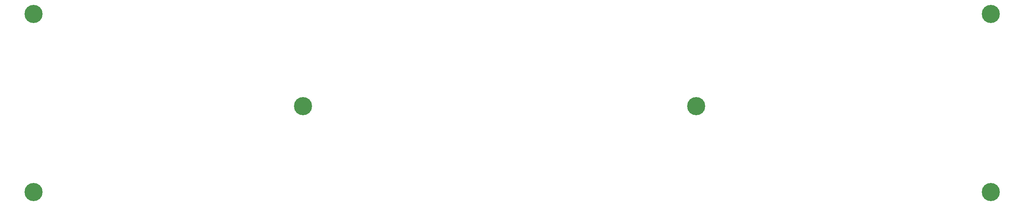
<source format=gtl>
%TF.GenerationSoftware,KiCad,Pcbnew,(5.1.12)-1*%
%TF.CreationDate,2022-01-19T18:50:49-06:00*%
%TF.ProjectId,bottom,626f7474-6f6d-42e6-9b69-6361645f7063,rev?*%
%TF.SameCoordinates,Original*%
%TF.FileFunction,Copper,L1,Top*%
%TF.FilePolarity,Positive*%
%FSLAX46Y46*%
G04 Gerber Fmt 4.6, Leading zero omitted, Abs format (unit mm)*
G04 Created by KiCad (PCBNEW (5.1.12)-1) date 2022-01-19 18:50:49*
%MOMM*%
%LPD*%
G01*
G04 APERTURE LIST*
%TA.AperFunction,ComponentPad*%
%ADD10C,4.400000*%
%TD*%
G04 APERTURE END LIST*
D10*
%TO.P,H6,1*%
%TO.N,N/C*%
X92202000Y-138684000D03*
%TD*%
%TO.P,H5,1*%
%TO.N,N/C*%
X92202000Y-95504000D03*
%TD*%
%TO.P,H3,1*%
%TO.N,N/C*%
X252730000Y-117856000D03*
%TD*%
%TO.P,H4,1*%
%TO.N,N/C*%
X157480000Y-117856000D03*
%TD*%
%TO.P,H2,1*%
%TO.N,N/C*%
X324104000Y-138684000D03*
%TD*%
%TO.P,H1,1*%
%TO.N,GND*%
X324104000Y-95504000D03*
%TD*%
M02*

</source>
